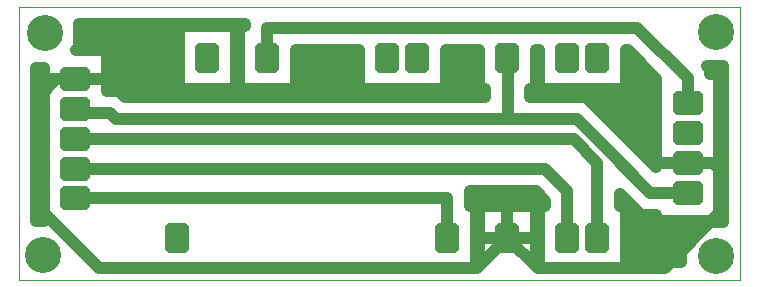
<source format=gbr>
G04 PROTEUS GERBER X2 FILE*
%TF.GenerationSoftware,Labcenter,Proteus,8.15-SP1-Build34318*%
%TF.CreationDate,2023-09-30T11:40:31+00:00*%
%TF.FileFunction,Copper,L1,Bot*%
%TF.FilePolarity,Positive*%
%TF.Part,Single*%
%TF.SameCoordinates,{afa5550d-4e0f-4831-ab14-27b5fa56902b}*%
%FSLAX45Y45*%
%MOMM*%
G01*
%TA.AperFunction,Conductor*%
%ADD10C,1.016000*%
%AMDIL001*
4,1,8,
-1.270000,0.711200,-0.965200,1.016000,0.965200,1.016000,1.270000,0.711200,1.270000,-0.711200,
0.965200,-1.016000,-0.965200,-1.016000,-1.270000,-0.711200,-1.270000,0.711200,
0*%
%TA.AperFunction,ComponentPad*%
%ADD11DIL001*%
%AMDIL002*
4,1,8,
-1.016000,0.965200,-0.711200,1.270000,0.711200,1.270000,1.016000,0.965200,1.016000,-0.965200,
0.711200,-1.270000,-0.711200,-1.270000,-1.016000,-0.965200,-1.016000,0.965200,
0*%
%TA.AperFunction,ComponentPad*%
%ADD12DIL002*%
%TA.AperFunction,OtherPad,Unknown*%
%ADD13C,3.048000*%
%TA.AperFunction,Profile*%
%ADD14C,0.101600*%
%TD.AperFunction*%
%TA.AperFunction,Conductor*%
G36*
X-5467901Y+2119009D02*
X-5493611Y+2093299D01*
X-5233301Y+2093299D01*
X-5233301Y+1750499D01*
X-5131093Y+1750499D01*
X-5081093Y+1700499D01*
X-2030499Y+1700499D01*
X-2030499Y+1765301D01*
X-2082799Y+1765301D01*
X-2082799Y+2095501D01*
X-2362201Y+2095501D01*
X-2362201Y+1765301D01*
X-3098799Y+1765301D01*
X-3098799Y+2095501D01*
X-3632201Y+2095501D01*
X-3632201Y+1765301D01*
X-4114799Y+1765301D01*
X-4114799Y+2298699D01*
X-4063999Y+2298699D01*
X-4063999Y+2315720D01*
X-5467901Y+2315720D01*
X-5467901Y+2119009D01*
G37*
%TD.AperFunction*%
%LPC*%
G36*
X-4140201Y+2298699D02*
X-4622799Y+2298699D01*
X-4622799Y+1765301D01*
X-4140201Y+1765301D01*
X-4140201Y+2298699D01*
G37*
%LPD*%
%TA.AperFunction,Conductor*%
G36*
X-5835220Y+652099D02*
X-5766699Y+652099D01*
X-5766699Y+1947901D01*
X-5835220Y+1947901D01*
X-5835220Y+652099D01*
G37*
%TD.AperFunction*%
%TA.AperFunction,Conductor*%
G36*
X-2159001Y+774699D02*
X-2108201Y+774699D01*
X-2108201Y+297780D01*
X-2082799Y+297780D01*
X-2082799Y+774699D01*
X-1600201Y+774699D01*
X-1600201Y+297780D01*
X-1574799Y+297780D01*
X-1574799Y+774699D01*
X-1523999Y+774699D01*
X-1523999Y+820593D01*
X-1602907Y+899501D01*
X-2159001Y+899501D01*
X-2159001Y+774699D01*
G37*
%TD.AperFunction*%
%TA.AperFunction,Conductor*%
G36*
X-125241Y+1934647D02*
X-125241Y+1892459D01*
X-49041Y+1892459D01*
X-49041Y+647861D01*
X-582439Y+647861D01*
X-582439Y+698661D01*
X-714067Y+698661D01*
X-889001Y+873595D01*
X-889001Y+774699D01*
X-838201Y+774699D01*
X-838201Y+297780D01*
X-372099Y+297780D01*
X-372099Y+470991D01*
X-200991Y+642099D01*
X-14780Y+642099D01*
X-14780Y+1957901D01*
X-148495Y+1957901D01*
X-125241Y+1934647D01*
G37*
%TD.AperFunction*%
%TA.AperFunction,Conductor*%
G36*
X-1600201Y+1765301D02*
X-1649501Y+1765301D01*
X-1649501Y+1700499D01*
X-1174582Y+1700499D01*
X-582439Y+1108356D01*
X-582439Y+1853033D01*
X-824907Y+2095501D01*
X-838201Y+2095501D01*
X-838201Y+1765301D01*
X-1574799Y+1765301D01*
X-1574799Y+2095501D01*
X-1600201Y+2095501D01*
X-1600201Y+1765301D01*
G37*
%TD.AperFunction*%
D10*
X-2349500Y+508000D02*
X-2349500Y+840000D01*
X-5500000Y+840000D01*
X-5500000Y+1090000D02*
X-1524000Y+1090000D01*
X-1333500Y+899500D01*
X-1333500Y+508000D01*
X-1079500Y+508000D02*
X-1079500Y+1143000D01*
X-1280500Y+1344000D01*
X-5500000Y+1344000D01*
X-315740Y+1651160D02*
X-315740Y+1855740D01*
X-746000Y+2286000D01*
X-1333500Y+2286000D01*
X-3873500Y+2286000D01*
X-3873500Y+2032000D01*
X-315740Y+889160D02*
X-632649Y+889160D01*
X-889000Y+1145511D01*
X-1253489Y+1510000D01*
X-632649Y+889160D02*
X-635160Y+889160D01*
X-889000Y+1143000D01*
X-889000Y+1145511D01*
X-1840000Y+1510000D02*
X-1840000Y+2030500D01*
X-1841500Y+2032000D01*
X-1253489Y+1510000D02*
X-1840000Y+1510000D01*
X-5160000Y+1510000D01*
X-5210000Y+1560000D01*
X-5462000Y+1560000D01*
X-5500000Y+1598000D01*
X-315740Y+1143160D02*
X-104778Y+1143160D01*
X-30000Y+1068382D01*
X-30000Y+730000D01*
X-510000Y+250000D01*
X-1583500Y+250000D01*
X-1841500Y+508000D01*
X-2099500Y+250000D01*
X-5299999Y+250000D01*
X-5810000Y+760001D01*
X-5810000Y+1700000D01*
X-5662968Y+1847032D01*
X-5554227Y+1847032D01*
X-5500000Y+1852000D01*
X-5467901Y+2119009D02*
X-5493611Y+2093299D01*
X-5233301Y+2093299D01*
X-5233301Y+1750499D01*
X-5131093Y+1750499D01*
X-5081093Y+1700499D01*
X-2030499Y+1700499D01*
X-2030499Y+1765301D01*
X-2082799Y+1765301D01*
X-2082799Y+2095501D01*
X-2362201Y+2095501D01*
X-2362201Y+1765301D01*
X-3098799Y+1765301D01*
X-3098799Y+2095501D01*
X-3632201Y+2095501D01*
X-3632201Y+1765301D01*
X-4114799Y+1765301D01*
X-4114799Y+2298699D01*
X-4063999Y+2298699D01*
X-4063999Y+2315720D01*
X-5467901Y+2315720D01*
X-5467901Y+2119009D01*
X-4140201Y+2298699D02*
X-4622799Y+2298699D01*
X-4622799Y+1765301D01*
X-4140201Y+1765301D01*
X-4140201Y+2298699D01*
X-5835220Y+652099D02*
X-5766699Y+652099D01*
X-5766699Y+1947901D01*
X-5835220Y+1947901D01*
X-5835220Y+652099D01*
X-2159001Y+774699D02*
X-2108201Y+774699D01*
X-2108201Y+297780D01*
X-2082799Y+297780D01*
X-2082799Y+774699D01*
X-1600201Y+774699D01*
X-1600201Y+297780D01*
X-1574799Y+297780D01*
X-1574799Y+774699D01*
X-1523999Y+774699D01*
X-1523999Y+820593D01*
X-1602907Y+899501D01*
X-2159001Y+899501D01*
X-2159001Y+774699D01*
X-125241Y+1934647D02*
X-125241Y+1892459D01*
X-49041Y+1892459D01*
X-49041Y+647861D01*
X-582439Y+647861D01*
X-582439Y+698661D01*
X-714067Y+698661D01*
X-889001Y+873595D01*
X-889001Y+774699D01*
X-838201Y+774699D01*
X-838201Y+297780D01*
X-372099Y+297780D01*
X-372099Y+470991D01*
X-200991Y+642099D01*
X-14780Y+642099D01*
X-14780Y+1957901D01*
X-148495Y+1957901D01*
X-125241Y+1934647D01*
X-1600201Y+1765301D02*
X-1649501Y+1765301D01*
X-1649501Y+1700499D01*
X-1174582Y+1700499D01*
X-582439Y+1108356D01*
X-582439Y+1853033D01*
X-824907Y+2095501D01*
X-838201Y+2095501D01*
X-838201Y+1765301D01*
X-1574799Y+1765301D01*
X-1574799Y+2095501D01*
X-1600201Y+2095501D01*
X-1600201Y+1765301D01*
X-531639Y+1143160D02*
X-315740Y+1143160D01*
X-99841Y+1143160D02*
X-315740Y+1143160D01*
X-5715899Y+1852000D02*
X-5500000Y+1852000D01*
X-5284101Y+1852000D02*
X-5500000Y+1852000D01*
X-2031999Y+508000D02*
X-1841500Y+508000D01*
X-1841500Y+723899D02*
X-1841500Y+508000D01*
X-1651001Y+508000D02*
X-1841500Y+508000D01*
D11*
X-315740Y+889160D03*
X-315740Y+1143160D03*
X-315740Y+1397160D03*
X-315740Y+1651160D03*
X-5500000Y+840000D03*
X-5500000Y+1090000D03*
X-5500000Y+1344000D03*
X-5500000Y+1598000D03*
X-5500000Y+1852000D03*
D12*
X-1079500Y+508000D03*
X-1333500Y+508000D03*
X-1841500Y+508000D03*
X-2349500Y+508000D03*
X-4635500Y+508000D03*
X-4381500Y+2032000D03*
X-3873500Y+2032000D03*
X-2857500Y+2032000D03*
X-2603500Y+2032000D03*
X-1841500Y+2032000D03*
X-1333500Y+2032000D03*
X-1079500Y+2032000D03*
D13*
X-80000Y+2250000D03*
X-5760000Y+2240000D03*
X-5770000Y+360000D03*
X-80000Y+350000D03*
D14*
X-5980000Y+153000D02*
X+130000Y+153000D01*
X+130000Y+2460500D01*
X-5980000Y+2460500D01*
X-5980000Y+153000D01*
M02*

</source>
